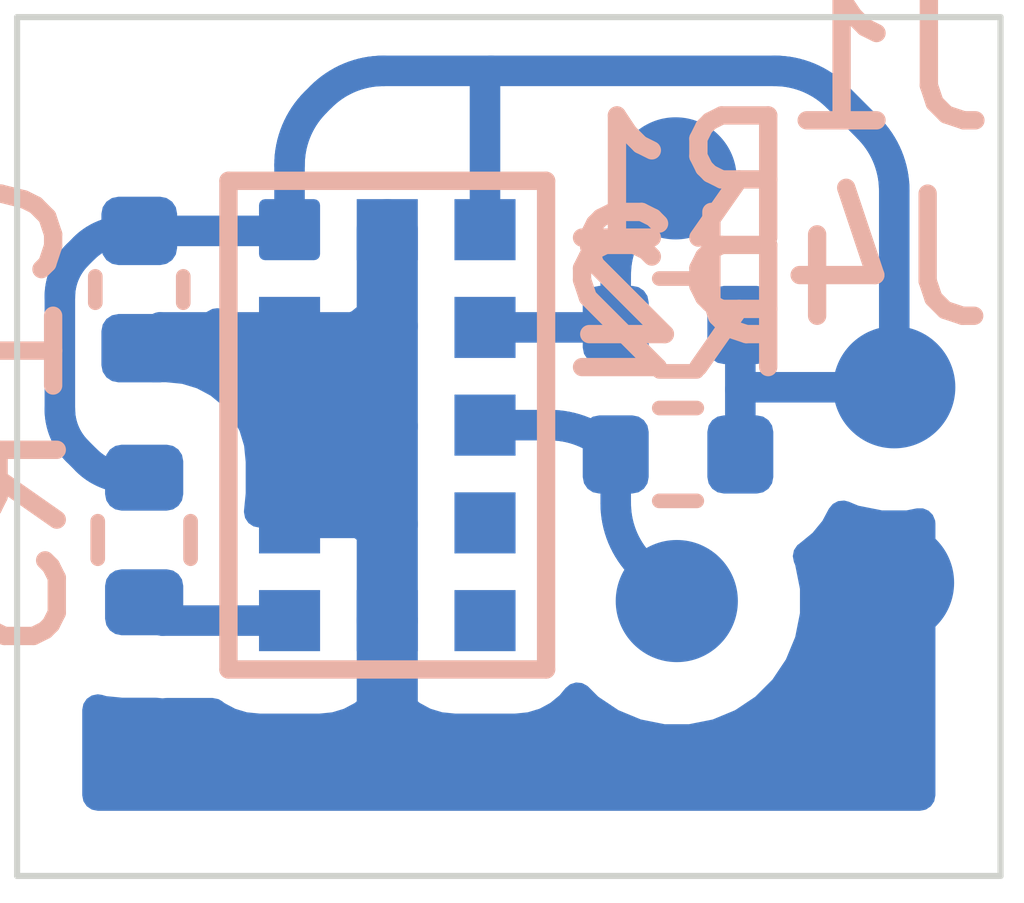
<source format=kicad_pcb>
(kicad_pcb (version 20171130) (host pcbnew 5.1.9+dfsg1-1+deb11u1)

  (general
    (thickness 1.6)
    (drawings 4)
    (tracks 221)
    (zones 0)
    (modules 9)
    (nets 6)
  )

  (page A4 portrait)
  (layers
    (0 F.Cu signal)
    (31 B.Cu signal)
    (32 B.Adhes user)
    (33 F.Adhes user)
    (34 B.Paste user)
    (35 F.Paste user)
    (36 B.SilkS user hide)
    (37 F.SilkS user)
    (38 B.Mask user)
    (39 F.Mask user)
    (40 Dwgs.User user)
    (41 Cmts.User user)
    (42 Eco1.User user)
    (43 Eco2.User user)
    (44 Edge.Cuts user)
    (45 Margin user hide)
    (46 B.CrtYd user hide)
    (47 F.CrtYd user hide)
    (48 B.Fab user hide)
    (49 F.Fab user hide)
  )

  (setup
    (last_trace_width 0.25)
    (trace_clearance 0.2)
    (zone_clearance 0.508)
    (zone_45_only no)
    (trace_min 0.2)
    (via_size 0.8)
    (via_drill 0.4)
    (via_min_size 0.4)
    (via_min_drill 0.3)
    (uvia_size 0.3)
    (uvia_drill 0.1)
    (uvias_allowed no)
    (uvia_min_size 0.2)
    (uvia_min_drill 0.1)
    (edge_width 0.05)
    (segment_width 0.2)
    (pcb_text_width 0.3)
    (pcb_text_size 1.5 1.5)
    (mod_edge_width 0.12)
    (mod_text_size 1 1)
    (mod_text_width 0.15)
    (pad_size 1.524 1.524)
    (pad_drill 0.762)
    (pad_to_mask_clearance 0)
    (aux_axis_origin 0 0)
    (visible_elements FFFFFF7F)
    (pcbplotparams
      (layerselection 0x010fc_ffffffff)
      (usegerberextensions false)
      (usegerberattributes true)
      (usegerberadvancedattributes true)
      (creategerberjobfile true)
      (excludeedgelayer true)
      (linewidth 0.100000)
      (plotframeref false)
      (viasonmask false)
      (mode 1)
      (useauxorigin false)
      (hpglpennumber 1)
      (hpglpenspeed 20)
      (hpglpendiameter 15.000000)
      (psnegative false)
      (psa4output false)
      (plotreference true)
      (plotvalue true)
      (plotinvisibletext false)
      (padsonsilk false)
      (subtractmaskfromsilk false)
      (outputformat 1)
      (mirror false)
      (drillshape 1)
      (scaleselection 1)
      (outputdirectory ""))
  )

  (net 0 "")
  (net 1 "Net-(D1-Pad5)")
  (net 2 "Net-(D1-Pad9)")
  (net 3 "Net-(D1-Pad10)")
  (net 4 GND)
  (net 5 +3V3)

  (net_class Default "This is the default net class."
    (clearance 0.2)
    (trace_width 0.25)
    (via_dia 0.8)
    (via_drill 0.4)
    (uvia_dia 0.3)
    (uvia_drill 0.1)
    (add_net +3V3)
    (add_net GND)
    (add_net "Net-(D1-Pad10)")
    (add_net "Net-(D1-Pad5)")
    (add_net "Net-(D1-Pad9)")
  )

  (module Resistor_SMD:R_0402_1005Metric (layer B.Cu) (tedit 5F68FEEE) (tstamp 63769C91)
    (at 36.98 35.91 270)
    (descr "Resistor SMD 0402 (1005 Metric), square (rectangular) end terminal, IPC_7351 nominal, (Body size source: IPC-SM-782 page 72, https://www.pcb-3d.com/wordpress/wp-content/uploads/ipc-sm-782a_amendment_1_and_2.pdf), generated with kicad-footprint-generator")
    (tags resistor)
    (path /63763EE1)
    (attr smd)
    (fp_text reference R3 (at 0 1.17 90) (layer B.SilkS)
      (effects (font (size 1 1) (thickness 0.15)) (justify mirror))
    )
    (fp_text value 4.7k (at 0 -1.17 90) (layer B.Fab)
      (effects (font (size 1 1) (thickness 0.15)) (justify mirror))
    )
    (fp_text user %R (at 0 0 90) (layer B.Fab)
      (effects (font (size 0.26 0.26) (thickness 0.04)) (justify mirror))
    )
    (fp_line (start -0.525 -0.27) (end -0.525 0.27) (layer B.Fab) (width 0.1))
    (fp_line (start -0.525 0.27) (end 0.525 0.27) (layer B.Fab) (width 0.1))
    (fp_line (start 0.525 0.27) (end 0.525 -0.27) (layer B.Fab) (width 0.1))
    (fp_line (start 0.525 -0.27) (end -0.525 -0.27) (layer B.Fab) (width 0.1))
    (fp_line (start -0.153641 0.38) (end 0.153641 0.38) (layer B.SilkS) (width 0.12))
    (fp_line (start -0.153641 -0.38) (end 0.153641 -0.38) (layer B.SilkS) (width 0.12))
    (fp_line (start -0.93 -0.47) (end -0.93 0.47) (layer B.CrtYd) (width 0.05))
    (fp_line (start -0.93 0.47) (end 0.93 0.47) (layer B.CrtYd) (width 0.05))
    (fp_line (start 0.93 0.47) (end 0.93 -0.47) (layer B.CrtYd) (width 0.05))
    (fp_line (start 0.93 -0.47) (end -0.93 -0.47) (layer B.CrtYd) (width 0.05))
    (pad 2 smd roundrect (at 0.51 0 270) (size 0.54 0.64) (layers B.Cu B.Paste B.Mask) (roundrect_rratio 0.25)
      (net 1 "Net-(D1-Pad5)"))
    (pad 1 smd roundrect (at -0.51 0 270) (size 0.54 0.64) (layers B.Cu B.Paste B.Mask) (roundrect_rratio 0.25)
      (net 5 +3V3))
    (model ${KISYS3DMOD}/Resistor_SMD.3dshapes/R_0402_1005Metric.wrl
      (at (xyz 0 0 0))
      (scale (xyz 1 1 1))
      (rotate (xyz 0 0 0))
    )
  )

  (module Resistor_SMD:R_0402_1005Metric (layer B.Cu) (tedit 5F68FEEE) (tstamp 63769C80)
    (at 41.35 35.21 180)
    (descr "Resistor SMD 0402 (1005 Metric), square (rectangular) end terminal, IPC_7351 nominal, (Body size source: IPC-SM-782 page 72, https://www.pcb-3d.com/wordpress/wp-content/uploads/ipc-sm-782a_amendment_1_and_2.pdf), generated with kicad-footprint-generator")
    (tags resistor)
    (path /63767591)
    (attr smd)
    (fp_text reference R2 (at 0 1.17) (layer B.SilkS)
      (effects (font (size 1 1) (thickness 0.15)) (justify mirror))
    )
    (fp_text value 4.7k (at 0 -1.17) (layer B.Fab)
      (effects (font (size 1 1) (thickness 0.15)) (justify mirror))
    )
    (fp_text user %R (at 0 0) (layer B.Fab)
      (effects (font (size 0.26 0.26) (thickness 0.04)) (justify mirror))
    )
    (fp_line (start -0.525 -0.27) (end -0.525 0.27) (layer B.Fab) (width 0.1))
    (fp_line (start -0.525 0.27) (end 0.525 0.27) (layer B.Fab) (width 0.1))
    (fp_line (start 0.525 0.27) (end 0.525 -0.27) (layer B.Fab) (width 0.1))
    (fp_line (start 0.525 -0.27) (end -0.525 -0.27) (layer B.Fab) (width 0.1))
    (fp_line (start -0.153641 0.38) (end 0.153641 0.38) (layer B.SilkS) (width 0.12))
    (fp_line (start -0.153641 -0.38) (end 0.153641 -0.38) (layer B.SilkS) (width 0.12))
    (fp_line (start -0.93 -0.47) (end -0.93 0.47) (layer B.CrtYd) (width 0.05))
    (fp_line (start -0.93 0.47) (end 0.93 0.47) (layer B.CrtYd) (width 0.05))
    (fp_line (start 0.93 0.47) (end 0.93 -0.47) (layer B.CrtYd) (width 0.05))
    (fp_line (start 0.93 -0.47) (end -0.93 -0.47) (layer B.CrtYd) (width 0.05))
    (pad 2 smd roundrect (at 0.51 0 180) (size 0.54 0.64) (layers B.Cu B.Paste B.Mask) (roundrect_rratio 0.25)
      (net 2 "Net-(D1-Pad9)"))
    (pad 1 smd roundrect (at -0.51 0 180) (size 0.54 0.64) (layers B.Cu B.Paste B.Mask) (roundrect_rratio 0.25)
      (net 5 +3V3))
    (model ${KISYS3DMOD}/Resistor_SMD.3dshapes/R_0402_1005Metric.wrl
      (at (xyz 0 0 0))
      (scale (xyz 1 1 1))
      (rotate (xyz 0 0 0))
    )
  )

  (module Resistor_SMD:R_0402_1005Metric (layer B.Cu) (tedit 5F68FEEE) (tstamp 63769C6F)
    (at 41.35 34.15 180)
    (descr "Resistor SMD 0402 (1005 Metric), square (rectangular) end terminal, IPC_7351 nominal, (Body size source: IPC-SM-782 page 72, https://www.pcb-3d.com/wordpress/wp-content/uploads/ipc-sm-782a_amendment_1_and_2.pdf), generated with kicad-footprint-generator")
    (tags resistor)
    (path /6376776E)
    (attr smd)
    (fp_text reference R1 (at 0 1.17) (layer B.SilkS)
      (effects (font (size 1 1) (thickness 0.15)) (justify mirror))
    )
    (fp_text value 4.7k (at 0 -1.17) (layer B.Fab)
      (effects (font (size 1 1) (thickness 0.15)) (justify mirror))
    )
    (fp_text user %R (at 0 0) (layer B.Fab)
      (effects (font (size 0.26 0.26) (thickness 0.04)) (justify mirror))
    )
    (fp_line (start -0.525 -0.27) (end -0.525 0.27) (layer B.Fab) (width 0.1))
    (fp_line (start -0.525 0.27) (end 0.525 0.27) (layer B.Fab) (width 0.1))
    (fp_line (start 0.525 0.27) (end 0.525 -0.27) (layer B.Fab) (width 0.1))
    (fp_line (start 0.525 -0.27) (end -0.525 -0.27) (layer B.Fab) (width 0.1))
    (fp_line (start -0.153641 0.38) (end 0.153641 0.38) (layer B.SilkS) (width 0.12))
    (fp_line (start -0.153641 -0.38) (end 0.153641 -0.38) (layer B.SilkS) (width 0.12))
    (fp_line (start -0.93 -0.47) (end -0.93 0.47) (layer B.CrtYd) (width 0.05))
    (fp_line (start -0.93 0.47) (end 0.93 0.47) (layer B.CrtYd) (width 0.05))
    (fp_line (start 0.93 0.47) (end 0.93 -0.47) (layer B.CrtYd) (width 0.05))
    (fp_line (start 0.93 -0.47) (end -0.93 -0.47) (layer B.CrtYd) (width 0.05))
    (pad 2 smd roundrect (at 0.51 0 180) (size 0.54 0.64) (layers B.Cu B.Paste B.Mask) (roundrect_rratio 0.25)
      (net 3 "Net-(D1-Pad10)"))
    (pad 1 smd roundrect (at -0.51 0 180) (size 0.54 0.64) (layers B.Cu B.Paste B.Mask) (roundrect_rratio 0.25)
      (net 5 +3V3))
    (model ${KISYS3DMOD}/Resistor_SMD.3dshapes/R_0402_1005Metric.wrl
      (at (xyz 0 0 0))
      (scale (xyz 1 1 1))
      (rotate (xyz 0 0 0))
    )
  )

  (module My-library:ConnMini (layer B.Cu) (tedit 6346AF19) (tstamp 63769C5E)
    (at 43.11 36.26)
    (path /6376C66A)
    (fp_text reference J4 (at -0.05 -2.64) (layer B.SilkS)
      (effects (font (size 1 1) (thickness 0.15)) (justify mirror))
    )
    (fp_text value Conn (at 0.04 2.59) (layer B.Fab)
      (effects (font (size 1 1) (thickness 0.15)) (justify mirror))
    )
    (pad 1 smd circle (at 0 0) (size 1 1) (layers B.Cu B.Paste B.Mask)
      (net 4 GND))
  )

  (module My-library:ConnMini (layer B.Cu) (tedit 6346AF19) (tstamp 63769C59)
    (at 41.33 32.95)
    (path /637687D0)
    (fp_text reference J3 (at -0.05 -2.64) (layer B.SilkS)
      (effects (font (size 1 1) (thickness 0.15)) (justify mirror))
    )
    (fp_text value Conn (at 0.04 2.59) (layer B.Fab)
      (effects (font (size 1 1) (thickness 0.15)) (justify mirror))
    )
    (pad 1 smd circle (at 0 0) (size 1 1) (layers B.Cu B.Paste B.Mask)
      (net 3 "Net-(D1-Pad10)"))
  )

  (module My-library:ConnMini (layer B.Cu) (tedit 6346AF19) (tstamp 63769C54)
    (at 41.34 36.41)
    (path /63763B81)
    (fp_text reference J2 (at -0.05 -2.64) (layer B.SilkS)
      (effects (font (size 1 1) (thickness 0.15)) (justify mirror))
    )
    (fp_text value Conn (at 0.04 2.59) (layer B.Fab)
      (effects (font (size 1 1) (thickness 0.15)) (justify mirror))
    )
    (pad 1 smd circle (at 0 0) (size 1 1) (layers B.Cu B.Paste B.Mask)
      (net 2 "Net-(D1-Pad9)"))
  )

  (module My-library:ConnMini (layer B.Cu) (tedit 6346AF19) (tstamp 63769C4F)
    (at 43.12 34.66)
    (path /6376C975)
    (fp_text reference J1 (at -0.05 -2.64) (layer B.SilkS)
      (effects (font (size 1 1) (thickness 0.15)) (justify mirror))
    )
    (fp_text value Conn (at 0.04 2.59) (layer B.Fab)
      (effects (font (size 1 1) (thickness 0.15)) (justify mirror))
    )
    (pad 1 smd circle (at 0 0) (size 1 1) (layers B.Cu B.Paste B.Mask)
      (net 5 +3V3))
  )

  (module My-library:VL53L0x (layer B.Cu) (tedit 6376401B) (tstamp 63769E09)
    (at 38.97 34.97)
    (path /63766662)
    (fp_text reference D1 (at 0.31 -4.19) (layer B.SilkS)
      (effects (font (size 1 1) (thickness 0.15)) (justify mirror))
    )
    (fp_text value VL53L0x (at -0.04 3.38) (layer B.Fab)
      (effects (font (size 1 1) (thickness 0.15)) (justify mirror))
    )
    (fp_line (start -1.3 2) (end 1.3 2) (layer B.SilkS) (width 0.15))
    (fp_line (start 1.3 2) (end 1.3 -2) (layer B.SilkS) (width 0.15))
    (fp_line (start 1.3 -2) (end -1.3 -2) (layer B.SilkS) (width 0.15))
    (fp_line (start -1.3 -2) (end -1.3 2) (layer B.SilkS) (width 0.15))
    (pad 12 smd rect (at 0 -1.6) (size 0.5 0.5) (layers B.Cu B.Paste B.Mask)
      (net 4 GND))
    (pad 1 smd roundrect (at -0.8 -1.6) (size 0.5 0.5) (layers B.Cu B.Paste B.Mask) (roundrect_rratio 0.1)
      (net 5 +3V3))
    (pad 2 smd rect (at -0.8 -0.8) (size 0.5 0.5) (layers B.Cu B.Paste B.Mask)
      (net 4 GND))
    (pad 3 smd rect (at -0.8 0) (size 0.5 0.5) (layers B.Cu B.Paste B.Mask)
      (net 4 GND))
    (pad 4 smd rect (at -0.8 0.8) (size 0.5 0.5) (layers B.Cu B.Paste B.Mask)
      (net 4 GND))
    (pad 5 smd rect (at -0.8 1.6) (size 0.5 0.5) (layers B.Cu B.Paste B.Mask)
      (net 1 "Net-(D1-Pad5)"))
    (pad 6 smd rect (at 0 1.6) (size 0.5 0.5) (layers B.Cu B.Paste B.Mask)
      (net 4 GND))
    (pad 7 smd rect (at 0.8 1.6) (size 0.5 0.5) (layers B.Cu B.Paste B.Mask))
    (pad 8 smd rect (at 0.8 0.8) (size 0.5 0.5) (layers B.Cu B.Paste B.Mask))
    (pad 9 smd rect (at 0.8 0) (size 0.5 0.5) (layers B.Cu B.Paste B.Mask)
      (net 2 "Net-(D1-Pad9)"))
    (pad 10 smd rect (at 0.8 -0.8) (size 0.5 0.5) (layers B.Cu B.Paste B.Mask)
      (net 3 "Net-(D1-Pad10)"))
    (pad 11 smd rect (at 0.8 -1.6) (size 0.5 0.5) (layers B.Cu B.Paste B.Mask)
      (net 5 +3V3))
  )

  (module Capacitor_SMD:C_0402_1005Metric (layer B.Cu) (tedit 5F68FEEE) (tstamp 63769C36)
    (at 36.94 33.86 270)
    (descr "Capacitor SMD 0402 (1005 Metric), square (rectangular) end terminal, IPC_7351 nominal, (Body size source: IPC-SM-782 page 76, https://www.pcb-3d.com/wordpress/wp-content/uploads/ipc-sm-782a_amendment_1_and_2.pdf), generated with kicad-footprint-generator")
    (tags capacitor)
    (path /63764131)
    (attr smd)
    (fp_text reference C1 (at 0 1.16 90) (layer B.SilkS)
      (effects (font (size 1 1) (thickness 0.15)) (justify mirror))
    )
    (fp_text value 10uF (at 0 -1.16 90) (layer B.Fab)
      (effects (font (size 1 1) (thickness 0.15)) (justify mirror))
    )
    (fp_text user %R (at 0 0 90) (layer B.Fab)
      (effects (font (size 0.25 0.25) (thickness 0.04)) (justify mirror))
    )
    (fp_line (start -0.5 -0.25) (end -0.5 0.25) (layer B.Fab) (width 0.1))
    (fp_line (start -0.5 0.25) (end 0.5 0.25) (layer B.Fab) (width 0.1))
    (fp_line (start 0.5 0.25) (end 0.5 -0.25) (layer B.Fab) (width 0.1))
    (fp_line (start 0.5 -0.25) (end -0.5 -0.25) (layer B.Fab) (width 0.1))
    (fp_line (start -0.107836 0.36) (end 0.107836 0.36) (layer B.SilkS) (width 0.12))
    (fp_line (start -0.107836 -0.36) (end 0.107836 -0.36) (layer B.SilkS) (width 0.12))
    (fp_line (start -0.91 -0.46) (end -0.91 0.46) (layer B.CrtYd) (width 0.05))
    (fp_line (start -0.91 0.46) (end 0.91 0.46) (layer B.CrtYd) (width 0.05))
    (fp_line (start 0.91 0.46) (end 0.91 -0.46) (layer B.CrtYd) (width 0.05))
    (fp_line (start 0.91 -0.46) (end -0.91 -0.46) (layer B.CrtYd) (width 0.05))
    (pad 2 smd roundrect (at 0.48 0 270) (size 0.56 0.62) (layers B.Cu B.Paste B.Mask) (roundrect_rratio 0.25)
      (net 4 GND))
    (pad 1 smd roundrect (at -0.48 0 270) (size 0.56 0.62) (layers B.Cu B.Paste B.Mask) (roundrect_rratio 0.25)
      (net 5 +3V3))
    (model ${KISYS3DMOD}/Capacitor_SMD.3dshapes/C_0402_1005Metric.wrl
      (at (xyz 0 0 0))
      (scale (xyz 1 1 1))
      (rotate (xyz 0 0 0))
    )
  )

  (gr_line (start 35.94 38.66) (end 35.94 31.63) (layer Edge.Cuts) (width 0.05))
  (gr_line (start 43.99 38.66) (end 35.94 38.66) (layer Edge.Cuts) (width 0.05))
  (gr_line (start 43.99 31.63) (end 43.99 38.66) (layer Edge.Cuts) (width 0.05))
  (gr_line (start 35.94 31.63) (end 43.99 31.63) (layer Edge.Cuts) (width 0.05))

  (segment (start 37.13 36.57) (end 36.98 36.42) (width 0.25) (layer B.Cu) (net 1))
  (segment (start 38.17 36.57) (end 37.13 36.57) (width 0.25) (layer B.Cu) (net 1))
  (segment (start 38.96 34.17) (end 38.97 34.16) (width 0.25) (layer B.Cu) (net 4))
  (segment (start 38.17 34.17) (end 38.96 34.17) (width 0.25) (layer B.Cu) (net 4))
  (segment (start 38.97 34.16) (end 38.97 33.37) (width 0.5) (layer B.Cu) (net 4))
  (segment (start 38.96 34.97) (end 38.97 34.98) (width 0.25) (layer B.Cu) (net 4))
  (segment (start 38.17 34.97) (end 38.96 34.97) (width 0.25) (layer B.Cu) (net 4))
  (segment (start 38.97 34.98) (end 38.97 34.16) (width 0.5) (layer B.Cu) (net 4))
  (segment (start 38.96 35.77) (end 38.97 35.78) (width 0.25) (layer B.Cu) (net 4))
  (segment (start 38.17 35.77) (end 38.96 35.77) (width 0.25) (layer B.Cu) (net 4))
  (segment (start 38.97 35.78) (end 38.97 34.98) (width 0.5) (layer B.Cu) (net 4))
  (segment (start 38.97 36.57) (end 38.97 35.78) (width 0.5) (layer B.Cu) (net 4))
  (segment (start 38.97 37.76) (end 38.97 36.57) (width 0.5) (layer B.Cu) (net 4))
  (segment (start 37.11 34.17) (end 36.94 34.34) (width 0.25) (layer B.Cu) (net 4))
  (segment (start 38.17 34.17) (end 37.11 34.17) (width 0.25) (layer B.Cu) (net 4))
  (segment (start 41.88 34.66) (end 41.86 34.68) (width 0.25) (layer B.Cu) (net 5))
  (segment (start 41.86 34.68) (end 41.86 35.21) (width 0.25) (layer B.Cu) (net 5))
  (segment (start 43.12 34.66) (end 41.88 34.66) (width 0.25) (layer B.Cu) (net 5))
  (segment (start 41.86 34.15) (end 41.86 34.68) (width 0.25) (layer B.Cu) (net 5))
  (segment (start 38.16 33.38) (end 38.17 33.37) (width 0.25) (layer B.Cu) (net 5))
  (segment (start 36.94 33.38) (end 38.16 33.38) (width 0.25) (layer B.Cu) (net 5))
  (segment (start 41.052132 36.122132) (end 41.34 36.41) (width 0.25) (layer B.Cu) (net 2))
  (segment (start 41.052132 36.122132) (end 41.027619 36.096385) (width 0.25) (layer B.Cu) (net 2) (tstamp 395))
  (segment (start 41.027619 36.096385) (end 41.0044 36.069468) (width 0.25) (layer B.Cu) (net 2) (tstamp 395))
  (segment (start 41.0044 36.069468) (end 40.982529 36.041443) (width 0.25) (layer B.Cu) (net 2) (tstamp 395))
  (segment (start 40.982529 36.041443) (end 40.96206 36.012379) (width 0.25) (layer B.Cu) (net 2) (tstamp 395))
  (segment (start 40.96206 36.012379) (end 40.943042 35.982346) (width 0.25) (layer B.Cu) (net 2) (tstamp 395))
  (segment (start 40.943042 35.982346) (end 40.92552 35.951415) (width 0.25) (layer B.Cu) (net 2) (tstamp 395))
  (segment (start 40.92552 35.951415) (end 40.909537 35.919662) (width 0.25) (layer B.Cu) (net 2) (tstamp 395))
  (segment (start 40.909537 35.919662) (end 40.895131 35.887163) (width 0.25) (layer B.Cu) (net 2) (tstamp 395))
  (segment (start 40.895131 35.887163) (end 40.882337 35.853997) (width 0.25) (layer B.Cu) (net 2) (tstamp 395))
  (segment (start 40.882337 35.853997) (end 40.871186 35.820242) (width 0.25) (layer B.Cu) (net 2) (tstamp 395))
  (segment (start 40.871186 35.820242) (end 40.861705 35.785981) (width 0.25) (layer B.Cu) (net 2) (tstamp 395))
  (segment (start 40.861705 35.785981) (end 40.853916 35.751296) (width 0.25) (layer B.Cu) (net 2) (tstamp 395))
  (segment (start 40.853916 35.751296) (end 40.847839 35.716271) (width 0.25) (layer B.Cu) (net 2) (tstamp 395))
  (segment (start 40.847839 35.716271) (end 40.843487 35.68099) (width 0.25) (layer B.Cu) (net 2) (tstamp 395))
  (segment (start 40.843487 35.68099) (end 40.840872 35.645537) (width 0.25) (layer B.Cu) (net 2) (tstamp 395))
  (segment (start 40.840872 35.645537) (end 40.84 35.61) (width 0.25) (layer B.Cu) (net 2) (tstamp 395))
  (segment (start 40.84 35.61) (end 40.84 35.21) (width 0.25) (layer B.Cu) (net 2))
  (segment (start 40.812132 35.182132) (end 40.84 35.21) (width 0.25) (layer B.Cu) (net 2))
  (segment (start 40.812132 35.182132) (end 40.786385 35.157619) (width 0.25) (layer B.Cu) (net 2) (tstamp 395))
  (segment (start 40.786385 35.157619) (end 40.759468 35.1344) (width 0.25) (layer B.Cu) (net 2) (tstamp 395))
  (segment (start 40.759468 35.1344) (end 40.731443 35.112529) (width 0.25) (layer B.Cu) (net 2) (tstamp 395))
  (segment (start 40.731443 35.112529) (end 40.702379 35.09206) (width 0.25) (layer B.Cu) (net 2) (tstamp 395))
  (segment (start 40.702379 35.09206) (end 40.672346 35.073042) (width 0.25) (layer B.Cu) (net 2) (tstamp 395))
  (segment (start 40.672346 35.073042) (end 40.641415 35.05552) (width 0.25) (layer B.Cu) (net 2) (tstamp 395))
  (segment (start 40.641415 35.05552) (end 40.609662 35.039537) (width 0.25) (layer B.Cu) (net 2) (tstamp 395))
  (segment (start 40.609662 35.039537) (end 40.577163 35.025131) (width 0.25) (layer B.Cu) (net 2) (tstamp 395))
  (segment (start 40.577163 35.025131) (end 40.543997 35.012337) (width 0.25) (layer B.Cu) (net 2) (tstamp 395))
  (segment (start 40.543997 35.012337) (end 40.510242 35.001186) (width 0.25) (layer B.Cu) (net 2) (tstamp 395))
  (segment (start 40.510242 35.001186) (end 40.475981 34.991705) (width 0.25) (layer B.Cu) (net 2) (tstamp 395))
  (segment (start 40.475981 34.991705) (end 40.441296 34.983916) (width 0.25) (layer B.Cu) (net 2) (tstamp 395))
  (segment (start 40.441296 34.983916) (end 40.406271 34.977839) (width 0.25) (layer B.Cu) (net 2) (tstamp 395))
  (segment (start 40.406271 34.977839) (end 40.37099 34.973487) (width 0.25) (layer B.Cu) (net 2) (tstamp 395))
  (segment (start 40.37099 34.973487) (end 40.335537 34.970872) (width 0.25) (layer B.Cu) (net 2) (tstamp 395))
  (segment (start 40.335537 34.970872) (end 40.3 34.97) (width 0.25) (layer B.Cu) (net 2) (tstamp 395))
  (segment (start 40.3 34.97) (end 39.77 34.97) (width 0.25) (layer B.Cu) (net 2))
  (segment (start 40.82 34.17) (end 40.84 34.15) (width 0.25) (layer B.Cu) (net 3))
  (segment (start 39.77 34.17) (end 40.82 34.17) (width 0.25) (layer B.Cu) (net 3))
  (segment (start 41.052132 33.227867) (end 41.33 32.95) (width 0.25) (layer B.Cu) (net 3))
  (segment (start 41.052132 33.227867) (end 41.027619 33.253612) (width 0.25) (layer B.Cu) (net 3) (tstamp 3BD))
  (segment (start 41.027619 33.253612) (end 41.004399 33.28053) (width 0.25) (layer B.Cu) (net 3) (tstamp 3BD))
  (segment (start 41.004399 33.28053) (end 40.982529 33.308555) (width 0.25) (layer B.Cu) (net 3) (tstamp 3BD))
  (segment (start 40.982529 33.308555) (end 40.962059 33.337619) (width 0.25) (layer B.Cu) (net 3) (tstamp 3BD))
  (segment (start 40.962059 33.337619) (end 40.943041 33.367652) (width 0.25) (layer B.Cu) (net 3) (tstamp 3BD))
  (segment (start 40.943041 33.367652) (end 40.925519 33.398583) (width 0.25) (layer B.Cu) (net 3) (tstamp 3BD))
  (segment (start 40.925519 33.398583) (end 40.909536 33.430336) (width 0.25) (layer B.Cu) (net 3) (tstamp 3BD))
  (segment (start 40.909536 33.430336) (end 40.89513 33.462835) (width 0.25) (layer B.Cu) (net 3) (tstamp 3BD))
  (segment (start 40.89513 33.462835) (end 40.882337 33.496002) (width 0.25) (layer B.Cu) (net 3) (tstamp 3BD))
  (segment (start 40.882337 33.496002) (end 40.871186 33.529756) (width 0.25) (layer B.Cu) (net 3) (tstamp 3BD))
  (segment (start 40.871186 33.529756) (end 40.861704 33.564017) (width 0.25) (layer B.Cu) (net 3) (tstamp 3BD))
  (segment (start 40.861704 33.564017) (end 40.853916 33.598702) (width 0.25) (layer B.Cu) (net 3) (tstamp 3BD))
  (segment (start 40.853916 33.598702) (end 40.847838 33.633728) (width 0.25) (layer B.Cu) (net 3) (tstamp 3BD))
  (segment (start 40.847838 33.633728) (end 40.843487 33.669009) (width 0.25) (layer B.Cu) (net 3) (tstamp 3BD))
  (segment (start 40.843487 33.669009) (end 40.840872 33.704461) (width 0.25) (layer B.Cu) (net 3) (tstamp 3BD))
  (segment (start 40.840872 33.704461) (end 40.84 33.74) (width 0.25) (layer B.Cu) (net 3) (tstamp 3BD))
  (segment (start 40.84 33.74) (end 40.84 34.15) (width 0.25) (layer B.Cu) (net 3))
  (segment (start 38.97 37.76) (end 42.73 37.76) (width 0.25) (layer B.Cu) (net 4))
  (segment (start 43.11 37.38) (end 43.11 36.26) (width 0.25) (layer B.Cu) (net 4))
  (segment (start 42.73 37.76) (end 43.11 37.38) (width 0.25) (layer B.Cu) (net 4))
  (segment (start 39.77 32.12) (end 39.82 32.07) (width 0.25) (layer B.Cu) (net 5))
  (segment (start 39.77 33.37) (end 39.77 32.12) (width 0.25) (layer B.Cu) (net 5))
  (segment (start 36.431431 35.181431) (end 36.415089 35.164267) (width 0.25) (layer B.Cu) (net 5) (tstamp E7))
  (segment (start 36.415089 35.164267) (end 36.399609 35.146321) (width 0.25) (layer B.Cu) (net 5) (tstamp E7))
  (segment (start 36.399609 35.146321) (end 36.385029 35.127638) (width 0.25) (layer B.Cu) (net 5) (tstamp E7))
  (segment (start 36.385029 35.127638) (end 36.371383 35.108262) (width 0.25) (layer B.Cu) (net 5) (tstamp E7))
  (segment (start 36.371383 35.108262) (end 36.358704 35.08824) (width 0.25) (layer B.Cu) (net 5) (tstamp E7))
  (segment (start 36.358704 35.08824) (end 36.347023 35.06762) (width 0.25) (layer B.Cu) (net 5) (tstamp E7))
  (segment (start 36.347023 35.06762) (end 36.336367 35.046451) (width 0.25) (layer B.Cu) (net 5) (tstamp E7))
  (segment (start 36.336367 35.046451) (end 36.326763 35.024785) (width 0.25) (layer B.Cu) (net 5) (tstamp E7))
  (segment (start 36.326763 35.024785) (end 36.318234 35.002674) (width 0.25) (layer B.Cu) (net 5) (tstamp E7))
  (segment (start 36.318234 35.002674) (end 36.3108 34.980171) (width 0.25) (layer B.Cu) (net 5) (tstamp E7))
  (segment (start 36.3108 34.980171) (end 36.304479 34.957331) (width 0.25) (layer B.Cu) (net 5) (tstamp E7))
  (segment (start 36.304479 34.957331) (end 36.299287 34.934207) (width 0.25) (layer B.Cu) (net 5) (tstamp E7))
  (segment (start 36.299287 34.934207) (end 36.295235 34.910857) (width 0.25) (layer B.Cu) (net 5) (tstamp E7))
  (segment (start 36.295235 34.910857) (end 36.292334 34.887336) (width 0.25) (layer B.Cu) (net 5) (tstamp E7))
  (segment (start 36.292334 34.887336) (end 36.290591 34.863701) (width 0.25) (layer B.Cu) (net 5) (tstamp E7))
  (segment (start 36.290591 34.863701) (end 36.29001 34.84001) (width 0.25) (layer B.Cu) (net 5) (tstamp E7))
  (segment (start 36.85 35.4) (end 36.98 35.4) (width 0.25) (layer B.Cu) (net 5))
  (segment (start 36.85 35.4) (end 36.826307 35.399418) (width 0.25) (layer B.Cu) (net 5) (tstamp E7))
  (segment (start 36.826307 35.399418) (end 36.802673 35.397674) (width 0.25) (layer B.Cu) (net 5) (tstamp E7))
  (segment (start 36.802673 35.397674) (end 36.779152 35.394773) (width 0.25) (layer B.Cu) (net 5) (tstamp E7))
  (segment (start 36.779152 35.394773) (end 36.755801 35.390722) (width 0.25) (layer B.Cu) (net 5) (tstamp E7))
  (segment (start 36.755801 35.390722) (end 36.732678 35.385529) (width 0.25) (layer B.Cu) (net 5) (tstamp E7))
  (segment (start 36.732678 35.385529) (end 36.709837 35.379208) (width 0.25) (layer B.Cu) (net 5) (tstamp E7))
  (segment (start 36.709837 35.379208) (end 36.687334 35.371774) (width 0.25) (layer B.Cu) (net 5) (tstamp E7))
  (segment (start 36.687334 35.371774) (end 36.665223 35.363245) (width 0.25) (layer B.Cu) (net 5) (tstamp E7))
  (segment (start 36.665223 35.363245) (end 36.643557 35.353641) (width 0.25) (layer B.Cu) (net 5) (tstamp E7))
  (segment (start 36.643557 35.353641) (end 36.622388 35.342986) (width 0.25) (layer B.Cu) (net 5) (tstamp E7))
  (segment (start 36.622388 35.342986) (end 36.601768 35.331305) (width 0.25) (layer B.Cu) (net 5) (tstamp E7))
  (segment (start 36.601768 35.331305) (end 36.581746 35.318626) (width 0.25) (layer B.Cu) (net 5) (tstamp E7))
  (segment (start 36.581746 35.318626) (end 36.56237 35.304979) (width 0.25) (layer B.Cu) (net 5) (tstamp E7))
  (segment (start 36.56237 35.304979) (end 36.543687 35.290399) (width 0.25) (layer B.Cu) (net 5) (tstamp E7))
  (segment (start 36.543687 35.290399) (end 36.525741 35.274919) (width 0.25) (layer B.Cu) (net 5) (tstamp E7))
  (segment (start 36.525741 35.274919) (end 36.508578 35.258578) (width 0.25) (layer B.Cu) (net 5) (tstamp E7))
  (segment (start 36.508578 35.258578) (end 36.431431 35.181431) (width 0.25) (layer B.Cu) (net 5))
  (segment (start 36.83 33.38) (end 36.94 33.38) (width 0.25) (layer B.Cu) (net 5))
  (segment (start 36.83 33.38) (end 36.806307 33.380581) (width 0.25) (layer B.Cu) (net 5) (tstamp E7))
  (segment (start 36.806307 33.380581) (end 36.782673 33.382324) (width 0.25) (layer B.Cu) (net 5) (tstamp E7))
  (segment (start 36.782673 33.382324) (end 36.759152 33.385225) (width 0.25) (layer B.Cu) (net 5) (tstamp E7))
  (segment (start 36.759152 33.385225) (end 36.735801 33.389277) (width 0.25) (layer B.Cu) (net 5) (tstamp E7))
  (segment (start 36.735801 33.389277) (end 36.712678 33.394469) (width 0.25) (layer B.Cu) (net 5) (tstamp E7))
  (segment (start 36.712678 33.394469) (end 36.689837 33.40079) (width 0.25) (layer B.Cu) (net 5) (tstamp E7))
  (segment (start 36.689837 33.40079) (end 36.667334 33.408224) (width 0.25) (layer B.Cu) (net 5) (tstamp E7))
  (segment (start 36.667334 33.408224) (end 36.645223 33.416753) (width 0.25) (layer B.Cu) (net 5) (tstamp E7))
  (segment (start 36.645223 33.416753) (end 36.623557 33.426357) (width 0.25) (layer B.Cu) (net 5) (tstamp E7))
  (segment (start 36.623557 33.426357) (end 36.602389 33.437012) (width 0.25) (layer B.Cu) (net 5) (tstamp E7))
  (segment (start 36.602389 33.437012) (end 36.581768 33.448694) (width 0.25) (layer B.Cu) (net 5) (tstamp E7))
  (segment (start 36.581768 33.448694) (end 36.561746 33.461373) (width 0.25) (layer B.Cu) (net 5) (tstamp E7))
  (segment (start 36.561746 33.461373) (end 36.54237 33.475019) (width 0.25) (layer B.Cu) (net 5) (tstamp E7))
  (segment (start 36.54237 33.475019) (end 36.523687 33.489599) (width 0.25) (layer B.Cu) (net 5) (tstamp E7))
  (segment (start 36.523687 33.489599) (end 36.505741 33.505079) (width 0.25) (layer B.Cu) (net 5) (tstamp E7))
  (segment (start 36.505741 33.505079) (end 36.488578 33.521421) (width 0.25) (layer B.Cu) (net 5) (tstamp E7))
  (segment (start 36.29001 33.91999) (end 36.29001 34.84001) (width 0.25) (layer B.Cu) (net 5))
  (segment (start 36.29001 33.91999) (end 36.290591 33.896297) (width 0.25) (layer B.Cu) (net 5) (tstamp E7))
  (segment (start 36.290591 33.896297) (end 36.292334 33.872663) (width 0.25) (layer B.Cu) (net 5) (tstamp E7))
  (segment (start 36.292334 33.872663) (end 36.295235 33.849142) (width 0.25) (layer B.Cu) (net 5) (tstamp E7))
  (segment (start 36.295235 33.849142) (end 36.299287 33.825791) (width 0.25) (layer B.Cu) (net 5) (tstamp E7))
  (segment (start 36.299287 33.825791) (end 36.304479 33.802668) (width 0.25) (layer B.Cu) (net 5) (tstamp E7))
  (segment (start 36.304479 33.802668) (end 36.3108 33.779827) (width 0.25) (layer B.Cu) (net 5) (tstamp E7))
  (segment (start 36.3108 33.779827) (end 36.318234 33.757324) (width 0.25) (layer B.Cu) (net 5) (tstamp E7))
  (segment (start 36.318234 33.757324) (end 36.326763 33.735213) (width 0.25) (layer B.Cu) (net 5) (tstamp E7))
  (segment (start 36.326763 33.735213) (end 36.336367 33.713547) (width 0.25) (layer B.Cu) (net 5) (tstamp E7))
  (segment (start 36.336367 33.713547) (end 36.347022 33.692379) (width 0.25) (layer B.Cu) (net 5) (tstamp E7))
  (segment (start 36.347022 33.692379) (end 36.358704 33.671758) (width 0.25) (layer B.Cu) (net 5) (tstamp E7))
  (segment (start 36.358704 33.671758) (end 36.371383 33.651736) (width 0.25) (layer B.Cu) (net 5) (tstamp E7))
  (segment (start 36.371383 33.651736) (end 36.385029 33.63236) (width 0.25) (layer B.Cu) (net 5) (tstamp E7))
  (segment (start 36.385029 33.63236) (end 36.399609 33.613677) (width 0.25) (layer B.Cu) (net 5) (tstamp E7))
  (segment (start 36.399609 33.613677) (end 36.415089 33.595731) (width 0.25) (layer B.Cu) (net 5) (tstamp E7))
  (segment (start 36.415089 33.595731) (end 36.431431 33.578568) (width 0.25) (layer B.Cu) (net 5) (tstamp E7))
  (segment (start 36.431431 33.578568) (end 36.488578 33.521421) (width 0.25) (layer B.Cu) (net 5))
  (segment (start 38.94 32.07) (end 39.82 32.07) (width 0.25) (layer B.Cu) (net 5))
  (segment (start 38.94 32.07) (end 38.904461 32.070871) (width 0.25) (layer B.Cu) (net 5) (tstamp E7))
  (segment (start 38.904461 32.070871) (end 38.869009 32.073487) (width 0.25) (layer B.Cu) (net 5) (tstamp E7))
  (segment (start 38.869009 32.073487) (end 38.833728 32.077838) (width 0.25) (layer B.Cu) (net 5) (tstamp E7))
  (segment (start 38.833728 32.077838) (end 38.798702 32.083916) (width 0.25) (layer B.Cu) (net 5) (tstamp E7))
  (segment (start 38.798702 32.083916) (end 38.764017 32.091704) (width 0.25) (layer B.Cu) (net 5) (tstamp E7))
  (segment (start 38.764017 32.091704) (end 38.729756 32.101186) (width 0.25) (layer B.Cu) (net 5) (tstamp E7))
  (segment (start 38.729756 32.101186) (end 38.696002 32.112337) (width 0.25) (layer B.Cu) (net 5) (tstamp E7))
  (segment (start 38.696002 32.112337) (end 38.662835 32.12513) (width 0.25) (layer B.Cu) (net 5) (tstamp E7))
  (segment (start 38.662835 32.12513) (end 38.630336 32.139536) (width 0.25) (layer B.Cu) (net 5) (tstamp E7))
  (segment (start 38.630336 32.139536) (end 38.598583 32.155519) (width 0.25) (layer B.Cu) (net 5) (tstamp E7))
  (segment (start 38.598583 32.155519) (end 38.567652 32.173041) (width 0.25) (layer B.Cu) (net 5) (tstamp E7))
  (segment (start 38.567652 32.173041) (end 38.537619 32.19206) (width 0.25) (layer B.Cu) (net 5) (tstamp E7))
  (segment (start 38.537619 32.19206) (end 38.508555 32.212529) (width 0.25) (layer B.Cu) (net 5) (tstamp E7))
  (segment (start 38.508555 32.212529) (end 38.48053 32.234399) (width 0.25) (layer B.Cu) (net 5) (tstamp E7))
  (segment (start 38.48053 32.234399) (end 38.453612 32.257619) (width 0.25) (layer B.Cu) (net 5) (tstamp E7))
  (segment (start 38.453612 32.257619) (end 38.427867 32.282132) (width 0.25) (layer B.Cu) (net 5) (tstamp E7))
  (segment (start 38.17 32.84) (end 38.17 33.37) (width 0.25) (layer B.Cu) (net 5))
  (segment (start 38.17 32.84) (end 38.170871 32.804461) (width 0.25) (layer B.Cu) (net 5) (tstamp E7))
  (segment (start 38.170871 32.804461) (end 38.173486 32.769009) (width 0.25) (layer B.Cu) (net 5) (tstamp E7))
  (segment (start 38.173486 32.769009) (end 38.177838 32.733728) (width 0.25) (layer B.Cu) (net 5) (tstamp E7))
  (segment (start 38.177838 32.733728) (end 38.183915 32.698702) (width 0.25) (layer B.Cu) (net 5) (tstamp E7))
  (segment (start 38.183915 32.698702) (end 38.191704 32.664017) (width 0.25) (layer B.Cu) (net 5) (tstamp E7))
  (segment (start 38.191704 32.664017) (end 38.201185 32.629756) (width 0.25) (layer B.Cu) (net 5) (tstamp E7))
  (segment (start 38.201185 32.629756) (end 38.212336 32.596002) (width 0.25) (layer B.Cu) (net 5) (tstamp E7))
  (segment (start 38.212336 32.596002) (end 38.22513 32.562835) (width 0.25) (layer B.Cu) (net 5) (tstamp E7))
  (segment (start 38.22513 32.562835) (end 38.239536 32.530336) (width 0.25) (layer B.Cu) (net 5) (tstamp E7))
  (segment (start 38.239536 32.530336) (end 38.255519 32.498583) (width 0.25) (layer B.Cu) (net 5) (tstamp E7))
  (segment (start 38.255519 32.498583) (end 38.27304 32.467653) (width 0.25) (layer B.Cu) (net 5) (tstamp E7))
  (segment (start 38.27304 32.467653) (end 38.292059 32.437619) (width 0.25) (layer B.Cu) (net 5) (tstamp E7))
  (segment (start 38.292059 32.437619) (end 38.312528 32.408555) (width 0.25) (layer B.Cu) (net 5) (tstamp E7))
  (segment (start 38.312528 32.408555) (end 38.334399 32.38053) (width 0.25) (layer B.Cu) (net 5) (tstamp E7))
  (segment (start 38.334399 32.38053) (end 38.357618 32.353612) (width 0.25) (layer B.Cu) (net 5) (tstamp E7))
  (segment (start 38.357618 32.353612) (end 38.382131 32.327867) (width 0.25) (layer B.Cu) (net 5) (tstamp E7))
  (segment (start 38.382131 32.327867) (end 38.427867 32.282132) (width 0.25) (layer B.Cu) (net 5))
  (segment (start 42.652132 32.282132) (end 42.626385 32.257619) (width 0.25) (layer B.Cu) (net 5) (tstamp E7))
  (segment (start 42.626385 32.257619) (end 42.599468 32.2344) (width 0.25) (layer B.Cu) (net 5) (tstamp E7))
  (segment (start 42.599468 32.2344) (end 42.571443 32.212529) (width 0.25) (layer B.Cu) (net 5) (tstamp E7))
  (segment (start 42.571443 32.212529) (end 42.542379 32.19206) (width 0.25) (layer B.Cu) (net 5) (tstamp E7))
  (segment (start 42.542379 32.19206) (end 42.512346 32.173042) (width 0.25) (layer B.Cu) (net 5) (tstamp E7))
  (segment (start 42.512346 32.173042) (end 42.481415 32.15552) (width 0.25) (layer B.Cu) (net 5) (tstamp E7))
  (segment (start 42.481415 32.15552) (end 42.449662 32.139537) (width 0.25) (layer B.Cu) (net 5) (tstamp E7))
  (segment (start 42.449662 32.139537) (end 42.417163 32.125131) (width 0.25) (layer B.Cu) (net 5) (tstamp E7))
  (segment (start 42.417163 32.125131) (end 42.383997 32.112337) (width 0.25) (layer B.Cu) (net 5) (tstamp E7))
  (segment (start 42.383997 32.112337) (end 42.350242 32.101186) (width 0.25) (layer B.Cu) (net 5) (tstamp E7))
  (segment (start 42.350242 32.101186) (end 42.315981 32.091705) (width 0.25) (layer B.Cu) (net 5) (tstamp E7))
  (segment (start 42.315981 32.091705) (end 42.281296 32.083916) (width 0.25) (layer B.Cu) (net 5) (tstamp E7))
  (segment (start 42.281296 32.083916) (end 42.246271 32.077839) (width 0.25) (layer B.Cu) (net 5) (tstamp E7))
  (segment (start 42.246271 32.077839) (end 42.21099 32.073487) (width 0.25) (layer B.Cu) (net 5) (tstamp E7))
  (segment (start 42.21099 32.073487) (end 42.175537 32.070872) (width 0.25) (layer B.Cu) (net 5) (tstamp E7))
  (segment (start 42.175537 32.070872) (end 42.14 32.07) (width 0.25) (layer B.Cu) (net 5) (tstamp E7))
  (segment (start 42.14 32.07) (end 39.82 32.07) (width 0.25) (layer B.Cu) (net 5))
  (segment (start 43.12 33.05) (end 43.12 34.66) (width 0.25) (layer B.Cu) (net 5))
  (segment (start 43.12 33.05) (end 43.119127 33.014461) (width 0.25) (layer B.Cu) (net 5) (tstamp E7))
  (segment (start 43.119127 33.014461) (end 43.116512 32.979009) (width 0.25) (layer B.Cu) (net 5) (tstamp E7))
  (segment (start 43.116512 32.979009) (end 43.11216 32.943728) (width 0.25) (layer B.Cu) (net 5) (tstamp E7))
  (segment (start 43.11216 32.943728) (end 43.106083 32.908702) (width 0.25) (layer B.Cu) (net 5) (tstamp E7))
  (segment (start 43.106083 32.908702) (end 43.098294 32.874017) (width 0.25) (layer B.Cu) (net 5) (tstamp E7))
  (segment (start 43.098294 32.874017) (end 43.088813 32.839756) (width 0.25) (layer B.Cu) (net 5) (tstamp E7))
  (segment (start 43.088813 32.839756) (end 43.077662 32.806002) (width 0.25) (layer B.Cu) (net 5) (tstamp E7))
  (segment (start 43.077662 32.806002) (end 43.064868 32.772835) (width 0.25) (layer B.Cu) (net 5) (tstamp E7))
  (segment (start 43.064868 32.772835) (end 43.050462 32.740336) (width 0.25) (layer B.Cu) (net 5) (tstamp E7))
  (segment (start 43.050462 32.740336) (end 43.034479 32.708583) (width 0.25) (layer B.Cu) (net 5) (tstamp E7))
  (segment (start 43.034479 32.708583) (end 43.016957 32.677652) (width 0.25) (layer B.Cu) (net 5) (tstamp E7))
  (segment (start 43.016957 32.677652) (end 42.997939 32.647619) (width 0.25) (layer B.Cu) (net 5) (tstamp E7))
  (segment (start 42.997939 32.647619) (end 42.977469 32.618555) (width 0.25) (layer B.Cu) (net 5) (tstamp E7))
  (segment (start 42.977469 32.618555) (end 42.955599 32.59053) (width 0.25) (layer B.Cu) (net 5) (tstamp E7))
  (segment (start 42.955599 32.59053) (end 42.932379 32.563612) (width 0.25) (layer B.Cu) (net 5) (tstamp E7))
  (segment (start 42.932379 32.563612) (end 42.907867 32.537867) (width 0.25) (layer B.Cu) (net 5) (tstamp E7))
  (segment (start 42.907867 32.537867) (end 42.652132 32.282132) (width 0.25) (layer B.Cu) (net 5))

  (zone (net 4) (net_name GND) (layer B.Cu) (tstamp 0) (hatch edge 0.508)
    (connect_pads yes (clearance 0.508))
    (min_thickness 0.254)
    (fill yes (arc_segments 32) (thermal_gap 0.508) (thermal_bridge_width 0.508))
    (polygon
      (pts
        (xy 44.19 38.9) (xy 35.8 38.9) (xy 35.8 31.49) (xy 44.19 31.49)
      )
    )
    (filled_polygon
      (pts
        (xy 42.788933 35.751383) (xy 43.008212 35.795) (xy 43.231788 35.795) (xy 43.330001 35.775464) (xy 43.330001 38)
        (xy 36.6 38) (xy 36.6 37.299816) (xy 36.644181 37.313218) (xy 36.795 37.328072) (xy 37.073092 37.328072)
        (xy 37.092667 37.33) (xy 37.092676 37.33) (xy 37.129999 37.333676) (xy 37.167322 37.33) (xy 37.540482 37.33)
        (xy 37.565506 37.350537) (xy 37.67582 37.409502) (xy 37.795518 37.445812) (xy 37.92 37.458072) (xy 38.42 37.458072)
        (xy 38.544482 37.445812) (xy 38.66418 37.409502) (xy 38.774494 37.350537) (xy 38.871185 37.271185) (xy 38.950537 37.174494)
        (xy 38.97 37.138082) (xy 38.989463 37.174494) (xy 39.068815 37.271185) (xy 39.165506 37.350537) (xy 39.27582 37.409502)
        (xy 39.395518 37.445812) (xy 39.52 37.458072) (xy 40.02 37.458072) (xy 40.144482 37.445812) (xy 40.26418 37.409502)
        (xy 40.374494 37.350537) (xy 40.471185 37.271185) (xy 40.52747 37.202602) (xy 40.61648 37.291612) (xy 40.802376 37.415824)
        (xy 41.008933 37.501383) (xy 41.228212 37.545) (xy 41.451788 37.545) (xy 41.671067 37.501383) (xy 41.877624 37.415824)
        (xy 42.06352 37.291612) (xy 42.221612 37.13352) (xy 42.345824 36.947624) (xy 42.431383 36.741067) (xy 42.475 36.521788)
        (xy 42.475 36.298212) (xy 42.431383 36.078933) (xy 42.41618 36.042231) (xy 42.424496 36.037786) (xy 42.541644 35.941644)
        (xy 42.637786 35.824496) (xy 42.69718 35.713377)
      )
    )
    (filled_polygon
      (pts
        (xy 38.881928 34.42) (xy 38.894188 34.544482) (xy 38.901929 34.57) (xy 38.894188 34.595518) (xy 38.881928 34.72)
        (xy 38.881928 35.22) (xy 38.894188 35.344482) (xy 38.901929 35.37) (xy 38.894188 35.395518) (xy 38.881928 35.52)
        (xy 38.881928 35.881905) (xy 38.871185 35.868815) (xy 38.774494 35.789463) (xy 38.66418 35.730498) (xy 38.544482 35.694188)
        (xy 38.42 35.681928) (xy 37.923601 35.681928) (xy 37.938072 35.535) (xy 37.938072 35.265) (xy 37.923218 35.114181)
        (xy 37.879225 34.969158) (xy 37.807786 34.835504) (xy 37.711644 34.718356) (xy 37.594496 34.622214) (xy 37.460842 34.550775)
        (xy 37.315819 34.506782) (xy 37.165 34.491928) (xy 37.05001 34.491928) (xy 37.05001 34.298072) (xy 37.11 34.298072)
        (xy 37.261794 34.283122) (xy 37.407755 34.238845) (xy 37.542274 34.166943) (xy 37.575104 34.14) (xy 37.585156 34.14)
        (xy 37.587728 34.142111) (xy 37.706686 34.205696) (xy 37.835764 34.244851) (xy 37.97 34.258072) (xy 38.37 34.258072)
        (xy 38.504236 34.244851) (xy 38.633314 34.205696) (xy 38.752272 34.142111) (xy 38.85654 34.05654) (xy 38.881928 34.025605)
      )
    )
  )
)

</source>
